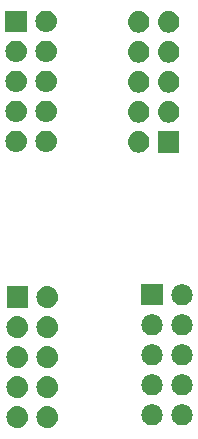
<source format=gbs>
G04 #@! TF.GenerationSoftware,KiCad,Pcbnew,5.0.2-bee76a0~70~ubuntu18.04.1*
G04 #@! TF.CreationDate,2019-12-09T23:25:51+09:00*
G04 #@! TF.ProjectId,LCD_adapter,4c43445f-6164-4617-9074-65722e6b6963,rev?*
G04 #@! TF.SameCoordinates,Original*
G04 #@! TF.FileFunction,Soldermask,Bot*
G04 #@! TF.FilePolarity,Negative*
%FSLAX46Y46*%
G04 Gerber Fmt 4.6, Leading zero omitted, Abs format (unit mm)*
G04 Created by KiCad (PCBNEW 5.0.2-bee76a0~70~ubuntu18.04.1) date Mon 09 Dec 2019 11:25:51 PM JST*
%MOMM*%
%LPD*%
G01*
G04 APERTURE LIST*
%ADD10C,0.100000*%
G04 APERTURE END LIST*
D10*
G36*
X92119294Y-121308633D02*
X92291694Y-121360931D01*
X92291696Y-121360932D01*
X92450583Y-121445859D01*
X92450585Y-121445860D01*
X92450584Y-121445860D01*
X92589849Y-121560151D01*
X92704140Y-121699416D01*
X92789069Y-121858306D01*
X92841367Y-122030706D01*
X92859025Y-122210000D01*
X92841367Y-122389294D01*
X92803843Y-122512991D01*
X92789068Y-122561696D01*
X92704141Y-122720583D01*
X92589849Y-122859849D01*
X92450583Y-122974141D01*
X92291696Y-123059068D01*
X92291694Y-123059069D01*
X92119294Y-123111367D01*
X91984931Y-123124600D01*
X91895069Y-123124600D01*
X91760706Y-123111367D01*
X91588306Y-123059069D01*
X91588304Y-123059068D01*
X91429417Y-122974141D01*
X91290151Y-122859849D01*
X91175859Y-122720583D01*
X91090932Y-122561696D01*
X91076157Y-122512991D01*
X91038633Y-122389294D01*
X91020975Y-122210000D01*
X91038633Y-122030706D01*
X91090931Y-121858306D01*
X91175860Y-121699416D01*
X91290151Y-121560151D01*
X91429416Y-121445860D01*
X91429415Y-121445860D01*
X91429417Y-121445859D01*
X91588304Y-121360932D01*
X91588306Y-121360931D01*
X91760706Y-121308633D01*
X91895069Y-121295400D01*
X91984931Y-121295400D01*
X92119294Y-121308633D01*
X92119294Y-121308633D01*
G37*
G36*
X89579294Y-121308633D02*
X89751694Y-121360931D01*
X89751696Y-121360932D01*
X89910583Y-121445859D01*
X89910585Y-121445860D01*
X89910584Y-121445860D01*
X90049849Y-121560151D01*
X90164140Y-121699416D01*
X90249069Y-121858306D01*
X90301367Y-122030706D01*
X90319025Y-122210000D01*
X90301367Y-122389294D01*
X90263843Y-122512991D01*
X90249068Y-122561696D01*
X90164141Y-122720583D01*
X90049849Y-122859849D01*
X89910583Y-122974141D01*
X89751696Y-123059068D01*
X89751694Y-123059069D01*
X89579294Y-123111367D01*
X89444931Y-123124600D01*
X89355069Y-123124600D01*
X89220706Y-123111367D01*
X89048306Y-123059069D01*
X89048304Y-123059068D01*
X88889417Y-122974141D01*
X88750151Y-122859849D01*
X88635859Y-122720583D01*
X88550932Y-122561696D01*
X88536157Y-122512991D01*
X88498633Y-122389294D01*
X88480975Y-122210000D01*
X88498633Y-122030706D01*
X88550931Y-121858306D01*
X88635860Y-121699416D01*
X88750151Y-121560151D01*
X88889416Y-121445860D01*
X88889415Y-121445860D01*
X88889417Y-121445859D01*
X89048304Y-121360932D01*
X89048306Y-121360931D01*
X89220706Y-121308633D01*
X89355069Y-121295400D01*
X89444931Y-121295400D01*
X89579294Y-121308633D01*
X89579294Y-121308633D01*
G37*
G36*
X100910443Y-121115519D02*
X100976627Y-121122037D01*
X101089853Y-121156384D01*
X101146467Y-121173557D01*
X101285087Y-121247652D01*
X101302991Y-121257222D01*
X101338729Y-121286552D01*
X101440186Y-121369814D01*
X101502594Y-121445860D01*
X101552778Y-121507009D01*
X101552779Y-121507011D01*
X101636443Y-121663533D01*
X101636443Y-121663534D01*
X101687963Y-121833373D01*
X101705359Y-122010000D01*
X101687963Y-122186627D01*
X101653616Y-122299853D01*
X101636443Y-122356467D01*
X101618896Y-122389294D01*
X101552778Y-122512991D01*
X101523448Y-122548729D01*
X101440186Y-122650186D01*
X101338729Y-122733448D01*
X101302991Y-122762778D01*
X101302989Y-122762779D01*
X101146467Y-122846443D01*
X101102272Y-122859849D01*
X100976627Y-122897963D01*
X100910443Y-122904481D01*
X100844260Y-122911000D01*
X100755740Y-122911000D01*
X100689557Y-122904481D01*
X100623373Y-122897963D01*
X100497728Y-122859849D01*
X100453533Y-122846443D01*
X100297011Y-122762779D01*
X100297009Y-122762778D01*
X100261271Y-122733448D01*
X100159814Y-122650186D01*
X100076552Y-122548729D01*
X100047222Y-122512991D01*
X99981104Y-122389294D01*
X99963557Y-122356467D01*
X99946384Y-122299853D01*
X99912037Y-122186627D01*
X99894641Y-122010000D01*
X99912037Y-121833373D01*
X99963557Y-121663534D01*
X99963557Y-121663533D01*
X100047221Y-121507011D01*
X100047222Y-121507009D01*
X100097406Y-121445860D01*
X100159814Y-121369814D01*
X100261271Y-121286552D01*
X100297009Y-121257222D01*
X100314913Y-121247652D01*
X100453533Y-121173557D01*
X100510147Y-121156384D01*
X100623373Y-121122037D01*
X100689557Y-121115519D01*
X100755740Y-121109000D01*
X100844260Y-121109000D01*
X100910443Y-121115519D01*
X100910443Y-121115519D01*
G37*
G36*
X103450443Y-121115519D02*
X103516627Y-121122037D01*
X103629853Y-121156384D01*
X103686467Y-121173557D01*
X103825087Y-121247652D01*
X103842991Y-121257222D01*
X103878729Y-121286552D01*
X103980186Y-121369814D01*
X104042594Y-121445860D01*
X104092778Y-121507009D01*
X104092779Y-121507011D01*
X104176443Y-121663533D01*
X104176443Y-121663534D01*
X104227963Y-121833373D01*
X104245359Y-122010000D01*
X104227963Y-122186627D01*
X104193616Y-122299853D01*
X104176443Y-122356467D01*
X104158896Y-122389294D01*
X104092778Y-122512991D01*
X104063448Y-122548729D01*
X103980186Y-122650186D01*
X103878729Y-122733448D01*
X103842991Y-122762778D01*
X103842989Y-122762779D01*
X103686467Y-122846443D01*
X103642272Y-122859849D01*
X103516627Y-122897963D01*
X103450443Y-122904481D01*
X103384260Y-122911000D01*
X103295740Y-122911000D01*
X103229557Y-122904481D01*
X103163373Y-122897963D01*
X103037728Y-122859849D01*
X102993533Y-122846443D01*
X102837011Y-122762779D01*
X102837009Y-122762778D01*
X102801271Y-122733448D01*
X102699814Y-122650186D01*
X102616552Y-122548729D01*
X102587222Y-122512991D01*
X102521104Y-122389294D01*
X102503557Y-122356467D01*
X102486384Y-122299853D01*
X102452037Y-122186627D01*
X102434641Y-122010000D01*
X102452037Y-121833373D01*
X102503557Y-121663534D01*
X102503557Y-121663533D01*
X102587221Y-121507011D01*
X102587222Y-121507009D01*
X102637406Y-121445860D01*
X102699814Y-121369814D01*
X102801271Y-121286552D01*
X102837009Y-121257222D01*
X102854913Y-121247652D01*
X102993533Y-121173557D01*
X103050147Y-121156384D01*
X103163373Y-121122037D01*
X103229557Y-121115519D01*
X103295740Y-121109000D01*
X103384260Y-121109000D01*
X103450443Y-121115519D01*
X103450443Y-121115519D01*
G37*
G36*
X89579294Y-118768633D02*
X89751694Y-118820931D01*
X89751696Y-118820932D01*
X89910583Y-118905859D01*
X89910585Y-118905860D01*
X89910584Y-118905860D01*
X90049849Y-119020151D01*
X90164140Y-119159416D01*
X90249069Y-119318306D01*
X90301367Y-119490706D01*
X90319025Y-119670000D01*
X90301367Y-119849294D01*
X90263843Y-119972991D01*
X90249068Y-120021696D01*
X90164141Y-120180583D01*
X90049849Y-120319849D01*
X89910583Y-120434141D01*
X89751696Y-120519068D01*
X89751694Y-120519069D01*
X89579294Y-120571367D01*
X89444931Y-120584600D01*
X89355069Y-120584600D01*
X89220706Y-120571367D01*
X89048306Y-120519069D01*
X89048304Y-120519068D01*
X88889417Y-120434141D01*
X88750151Y-120319849D01*
X88635859Y-120180583D01*
X88550932Y-120021696D01*
X88536157Y-119972991D01*
X88498633Y-119849294D01*
X88480975Y-119670000D01*
X88498633Y-119490706D01*
X88550931Y-119318306D01*
X88635860Y-119159416D01*
X88750151Y-119020151D01*
X88889416Y-118905860D01*
X88889415Y-118905860D01*
X88889417Y-118905859D01*
X89048304Y-118820932D01*
X89048306Y-118820931D01*
X89220706Y-118768633D01*
X89355069Y-118755400D01*
X89444931Y-118755400D01*
X89579294Y-118768633D01*
X89579294Y-118768633D01*
G37*
G36*
X92119294Y-118768633D02*
X92291694Y-118820931D01*
X92291696Y-118820932D01*
X92450583Y-118905859D01*
X92450585Y-118905860D01*
X92450584Y-118905860D01*
X92589849Y-119020151D01*
X92704140Y-119159416D01*
X92789069Y-119318306D01*
X92841367Y-119490706D01*
X92859025Y-119670000D01*
X92841367Y-119849294D01*
X92803843Y-119972991D01*
X92789068Y-120021696D01*
X92704141Y-120180583D01*
X92589849Y-120319849D01*
X92450583Y-120434141D01*
X92291696Y-120519068D01*
X92291694Y-120519069D01*
X92119294Y-120571367D01*
X91984931Y-120584600D01*
X91895069Y-120584600D01*
X91760706Y-120571367D01*
X91588306Y-120519069D01*
X91588304Y-120519068D01*
X91429417Y-120434141D01*
X91290151Y-120319849D01*
X91175859Y-120180583D01*
X91090932Y-120021696D01*
X91076157Y-119972991D01*
X91038633Y-119849294D01*
X91020975Y-119670000D01*
X91038633Y-119490706D01*
X91090931Y-119318306D01*
X91175860Y-119159416D01*
X91290151Y-119020151D01*
X91429416Y-118905860D01*
X91429415Y-118905860D01*
X91429417Y-118905859D01*
X91588304Y-118820932D01*
X91588306Y-118820931D01*
X91760706Y-118768633D01*
X91895069Y-118755400D01*
X91984931Y-118755400D01*
X92119294Y-118768633D01*
X92119294Y-118768633D01*
G37*
G36*
X100910443Y-118575519D02*
X100976627Y-118582037D01*
X101089853Y-118616384D01*
X101146467Y-118633557D01*
X101285087Y-118707652D01*
X101302991Y-118717222D01*
X101338729Y-118746552D01*
X101440186Y-118829814D01*
X101502594Y-118905860D01*
X101552778Y-118967009D01*
X101552779Y-118967011D01*
X101636443Y-119123533D01*
X101636443Y-119123534D01*
X101687963Y-119293373D01*
X101705359Y-119470000D01*
X101687963Y-119646627D01*
X101653616Y-119759853D01*
X101636443Y-119816467D01*
X101618896Y-119849294D01*
X101552778Y-119972991D01*
X101523448Y-120008729D01*
X101440186Y-120110186D01*
X101338729Y-120193448D01*
X101302991Y-120222778D01*
X101302989Y-120222779D01*
X101146467Y-120306443D01*
X101102272Y-120319849D01*
X100976627Y-120357963D01*
X100910443Y-120364481D01*
X100844260Y-120371000D01*
X100755740Y-120371000D01*
X100689557Y-120364481D01*
X100623373Y-120357963D01*
X100497728Y-120319849D01*
X100453533Y-120306443D01*
X100297011Y-120222779D01*
X100297009Y-120222778D01*
X100261271Y-120193448D01*
X100159814Y-120110186D01*
X100076552Y-120008729D01*
X100047222Y-119972991D01*
X99981104Y-119849294D01*
X99963557Y-119816467D01*
X99946384Y-119759853D01*
X99912037Y-119646627D01*
X99894641Y-119470000D01*
X99912037Y-119293373D01*
X99963557Y-119123534D01*
X99963557Y-119123533D01*
X100047221Y-118967011D01*
X100047222Y-118967009D01*
X100097406Y-118905860D01*
X100159814Y-118829814D01*
X100261271Y-118746552D01*
X100297009Y-118717222D01*
X100314913Y-118707652D01*
X100453533Y-118633557D01*
X100510147Y-118616384D01*
X100623373Y-118582037D01*
X100689557Y-118575519D01*
X100755740Y-118569000D01*
X100844260Y-118569000D01*
X100910443Y-118575519D01*
X100910443Y-118575519D01*
G37*
G36*
X103450443Y-118575519D02*
X103516627Y-118582037D01*
X103629853Y-118616384D01*
X103686467Y-118633557D01*
X103825087Y-118707652D01*
X103842991Y-118717222D01*
X103878729Y-118746552D01*
X103980186Y-118829814D01*
X104042594Y-118905860D01*
X104092778Y-118967009D01*
X104092779Y-118967011D01*
X104176443Y-119123533D01*
X104176443Y-119123534D01*
X104227963Y-119293373D01*
X104245359Y-119470000D01*
X104227963Y-119646627D01*
X104193616Y-119759853D01*
X104176443Y-119816467D01*
X104158896Y-119849294D01*
X104092778Y-119972991D01*
X104063448Y-120008729D01*
X103980186Y-120110186D01*
X103878729Y-120193448D01*
X103842991Y-120222778D01*
X103842989Y-120222779D01*
X103686467Y-120306443D01*
X103642272Y-120319849D01*
X103516627Y-120357963D01*
X103450443Y-120364481D01*
X103384260Y-120371000D01*
X103295740Y-120371000D01*
X103229557Y-120364481D01*
X103163373Y-120357963D01*
X103037728Y-120319849D01*
X102993533Y-120306443D01*
X102837011Y-120222779D01*
X102837009Y-120222778D01*
X102801271Y-120193448D01*
X102699814Y-120110186D01*
X102616552Y-120008729D01*
X102587222Y-119972991D01*
X102521104Y-119849294D01*
X102503557Y-119816467D01*
X102486384Y-119759853D01*
X102452037Y-119646627D01*
X102434641Y-119470000D01*
X102452037Y-119293373D01*
X102503557Y-119123534D01*
X102503557Y-119123533D01*
X102587221Y-118967011D01*
X102587222Y-118967009D01*
X102637406Y-118905860D01*
X102699814Y-118829814D01*
X102801271Y-118746552D01*
X102837009Y-118717222D01*
X102854913Y-118707652D01*
X102993533Y-118633557D01*
X103050147Y-118616384D01*
X103163373Y-118582037D01*
X103229557Y-118575519D01*
X103295740Y-118569000D01*
X103384260Y-118569000D01*
X103450443Y-118575519D01*
X103450443Y-118575519D01*
G37*
G36*
X92119294Y-116228633D02*
X92291694Y-116280931D01*
X92291696Y-116280932D01*
X92450583Y-116365859D01*
X92450585Y-116365860D01*
X92450584Y-116365860D01*
X92589849Y-116480151D01*
X92704140Y-116619416D01*
X92789069Y-116778306D01*
X92841367Y-116950706D01*
X92859025Y-117130000D01*
X92841367Y-117309294D01*
X92803843Y-117432991D01*
X92789068Y-117481696D01*
X92704141Y-117640583D01*
X92589849Y-117779849D01*
X92450583Y-117894141D01*
X92291696Y-117979068D01*
X92291694Y-117979069D01*
X92119294Y-118031367D01*
X91984931Y-118044600D01*
X91895069Y-118044600D01*
X91760706Y-118031367D01*
X91588306Y-117979069D01*
X91588304Y-117979068D01*
X91429417Y-117894141D01*
X91290151Y-117779849D01*
X91175859Y-117640583D01*
X91090932Y-117481696D01*
X91076157Y-117432991D01*
X91038633Y-117309294D01*
X91020975Y-117130000D01*
X91038633Y-116950706D01*
X91090931Y-116778306D01*
X91175860Y-116619416D01*
X91290151Y-116480151D01*
X91429416Y-116365860D01*
X91429415Y-116365860D01*
X91429417Y-116365859D01*
X91588304Y-116280932D01*
X91588306Y-116280931D01*
X91760706Y-116228633D01*
X91895069Y-116215400D01*
X91984931Y-116215400D01*
X92119294Y-116228633D01*
X92119294Y-116228633D01*
G37*
G36*
X89579294Y-116228633D02*
X89751694Y-116280931D01*
X89751696Y-116280932D01*
X89910583Y-116365859D01*
X89910585Y-116365860D01*
X89910584Y-116365860D01*
X90049849Y-116480151D01*
X90164140Y-116619416D01*
X90249069Y-116778306D01*
X90301367Y-116950706D01*
X90319025Y-117130000D01*
X90301367Y-117309294D01*
X90263843Y-117432991D01*
X90249068Y-117481696D01*
X90164141Y-117640583D01*
X90049849Y-117779849D01*
X89910583Y-117894141D01*
X89751696Y-117979068D01*
X89751694Y-117979069D01*
X89579294Y-118031367D01*
X89444931Y-118044600D01*
X89355069Y-118044600D01*
X89220706Y-118031367D01*
X89048306Y-117979069D01*
X89048304Y-117979068D01*
X88889417Y-117894141D01*
X88750151Y-117779849D01*
X88635859Y-117640583D01*
X88550932Y-117481696D01*
X88536157Y-117432991D01*
X88498633Y-117309294D01*
X88480975Y-117130000D01*
X88498633Y-116950706D01*
X88550931Y-116778306D01*
X88635860Y-116619416D01*
X88750151Y-116480151D01*
X88889416Y-116365860D01*
X88889415Y-116365860D01*
X88889417Y-116365859D01*
X89048304Y-116280932D01*
X89048306Y-116280931D01*
X89220706Y-116228633D01*
X89355069Y-116215400D01*
X89444931Y-116215400D01*
X89579294Y-116228633D01*
X89579294Y-116228633D01*
G37*
G36*
X100910442Y-116035518D02*
X100976627Y-116042037D01*
X101089853Y-116076384D01*
X101146467Y-116093557D01*
X101285087Y-116167652D01*
X101302991Y-116177222D01*
X101338729Y-116206552D01*
X101440186Y-116289814D01*
X101502594Y-116365860D01*
X101552778Y-116427009D01*
X101552779Y-116427011D01*
X101636443Y-116583533D01*
X101636443Y-116583534D01*
X101687963Y-116753373D01*
X101705359Y-116930000D01*
X101687963Y-117106627D01*
X101653616Y-117219853D01*
X101636443Y-117276467D01*
X101618896Y-117309294D01*
X101552778Y-117432991D01*
X101523448Y-117468729D01*
X101440186Y-117570186D01*
X101338729Y-117653448D01*
X101302991Y-117682778D01*
X101302989Y-117682779D01*
X101146467Y-117766443D01*
X101102272Y-117779849D01*
X100976627Y-117817963D01*
X100910443Y-117824481D01*
X100844260Y-117831000D01*
X100755740Y-117831000D01*
X100689557Y-117824481D01*
X100623373Y-117817963D01*
X100497728Y-117779849D01*
X100453533Y-117766443D01*
X100297011Y-117682779D01*
X100297009Y-117682778D01*
X100261271Y-117653448D01*
X100159814Y-117570186D01*
X100076552Y-117468729D01*
X100047222Y-117432991D01*
X99981104Y-117309294D01*
X99963557Y-117276467D01*
X99946384Y-117219853D01*
X99912037Y-117106627D01*
X99894641Y-116930000D01*
X99912037Y-116753373D01*
X99963557Y-116583534D01*
X99963557Y-116583533D01*
X100047221Y-116427011D01*
X100047222Y-116427009D01*
X100097406Y-116365860D01*
X100159814Y-116289814D01*
X100261271Y-116206552D01*
X100297009Y-116177222D01*
X100314913Y-116167652D01*
X100453533Y-116093557D01*
X100510147Y-116076384D01*
X100623373Y-116042037D01*
X100689558Y-116035518D01*
X100755740Y-116029000D01*
X100844260Y-116029000D01*
X100910442Y-116035518D01*
X100910442Y-116035518D01*
G37*
G36*
X103450442Y-116035518D02*
X103516627Y-116042037D01*
X103629853Y-116076384D01*
X103686467Y-116093557D01*
X103825087Y-116167652D01*
X103842991Y-116177222D01*
X103878729Y-116206552D01*
X103980186Y-116289814D01*
X104042594Y-116365860D01*
X104092778Y-116427009D01*
X104092779Y-116427011D01*
X104176443Y-116583533D01*
X104176443Y-116583534D01*
X104227963Y-116753373D01*
X104245359Y-116930000D01*
X104227963Y-117106627D01*
X104193616Y-117219853D01*
X104176443Y-117276467D01*
X104158896Y-117309294D01*
X104092778Y-117432991D01*
X104063448Y-117468729D01*
X103980186Y-117570186D01*
X103878729Y-117653448D01*
X103842991Y-117682778D01*
X103842989Y-117682779D01*
X103686467Y-117766443D01*
X103642272Y-117779849D01*
X103516627Y-117817963D01*
X103450443Y-117824481D01*
X103384260Y-117831000D01*
X103295740Y-117831000D01*
X103229557Y-117824481D01*
X103163373Y-117817963D01*
X103037728Y-117779849D01*
X102993533Y-117766443D01*
X102837011Y-117682779D01*
X102837009Y-117682778D01*
X102801271Y-117653448D01*
X102699814Y-117570186D01*
X102616552Y-117468729D01*
X102587222Y-117432991D01*
X102521104Y-117309294D01*
X102503557Y-117276467D01*
X102486384Y-117219853D01*
X102452037Y-117106627D01*
X102434641Y-116930000D01*
X102452037Y-116753373D01*
X102503557Y-116583534D01*
X102503557Y-116583533D01*
X102587221Y-116427011D01*
X102587222Y-116427009D01*
X102637406Y-116365860D01*
X102699814Y-116289814D01*
X102801271Y-116206552D01*
X102837009Y-116177222D01*
X102854913Y-116167652D01*
X102993533Y-116093557D01*
X103050147Y-116076384D01*
X103163373Y-116042037D01*
X103229558Y-116035518D01*
X103295740Y-116029000D01*
X103384260Y-116029000D01*
X103450442Y-116035518D01*
X103450442Y-116035518D01*
G37*
G36*
X89579294Y-113688633D02*
X89751694Y-113740931D01*
X89751696Y-113740932D01*
X89910583Y-113825859D01*
X89910585Y-113825860D01*
X89910584Y-113825860D01*
X90049849Y-113940151D01*
X90164140Y-114079416D01*
X90249069Y-114238306D01*
X90301367Y-114410706D01*
X90319025Y-114590000D01*
X90301367Y-114769294D01*
X90263843Y-114892991D01*
X90249068Y-114941696D01*
X90164141Y-115100583D01*
X90049849Y-115239849D01*
X89910583Y-115354141D01*
X89751696Y-115439068D01*
X89751694Y-115439069D01*
X89579294Y-115491367D01*
X89444931Y-115504600D01*
X89355069Y-115504600D01*
X89220706Y-115491367D01*
X89048306Y-115439069D01*
X89048304Y-115439068D01*
X88889417Y-115354141D01*
X88750151Y-115239849D01*
X88635859Y-115100583D01*
X88550932Y-114941696D01*
X88536157Y-114892991D01*
X88498633Y-114769294D01*
X88480975Y-114590000D01*
X88498633Y-114410706D01*
X88550931Y-114238306D01*
X88635860Y-114079416D01*
X88750151Y-113940151D01*
X88889416Y-113825860D01*
X88889415Y-113825860D01*
X88889417Y-113825859D01*
X89048304Y-113740932D01*
X89048306Y-113740931D01*
X89220706Y-113688633D01*
X89355069Y-113675400D01*
X89444931Y-113675400D01*
X89579294Y-113688633D01*
X89579294Y-113688633D01*
G37*
G36*
X92119294Y-113688633D02*
X92291694Y-113740931D01*
X92291696Y-113740932D01*
X92450583Y-113825859D01*
X92450585Y-113825860D01*
X92450584Y-113825860D01*
X92589849Y-113940151D01*
X92704140Y-114079416D01*
X92789069Y-114238306D01*
X92841367Y-114410706D01*
X92859025Y-114590000D01*
X92841367Y-114769294D01*
X92803843Y-114892991D01*
X92789068Y-114941696D01*
X92704141Y-115100583D01*
X92589849Y-115239849D01*
X92450583Y-115354141D01*
X92291696Y-115439068D01*
X92291694Y-115439069D01*
X92119294Y-115491367D01*
X91984931Y-115504600D01*
X91895069Y-115504600D01*
X91760706Y-115491367D01*
X91588306Y-115439069D01*
X91588304Y-115439068D01*
X91429417Y-115354141D01*
X91290151Y-115239849D01*
X91175859Y-115100583D01*
X91090932Y-114941696D01*
X91076157Y-114892991D01*
X91038633Y-114769294D01*
X91020975Y-114590000D01*
X91038633Y-114410706D01*
X91090931Y-114238306D01*
X91175860Y-114079416D01*
X91290151Y-113940151D01*
X91429416Y-113825860D01*
X91429415Y-113825860D01*
X91429417Y-113825859D01*
X91588304Y-113740932D01*
X91588306Y-113740931D01*
X91760706Y-113688633D01*
X91895069Y-113675400D01*
X91984931Y-113675400D01*
X92119294Y-113688633D01*
X92119294Y-113688633D01*
G37*
G36*
X100910442Y-113495518D02*
X100976627Y-113502037D01*
X101089853Y-113536384D01*
X101146467Y-113553557D01*
X101285087Y-113627652D01*
X101302991Y-113637222D01*
X101338729Y-113666552D01*
X101440186Y-113749814D01*
X101502594Y-113825860D01*
X101552778Y-113887009D01*
X101552779Y-113887011D01*
X101636443Y-114043533D01*
X101636443Y-114043534D01*
X101687963Y-114213373D01*
X101705359Y-114390000D01*
X101687963Y-114566627D01*
X101653616Y-114679853D01*
X101636443Y-114736467D01*
X101618896Y-114769294D01*
X101552778Y-114892991D01*
X101523448Y-114928729D01*
X101440186Y-115030186D01*
X101338729Y-115113448D01*
X101302991Y-115142778D01*
X101302989Y-115142779D01*
X101146467Y-115226443D01*
X101102272Y-115239849D01*
X100976627Y-115277963D01*
X100910442Y-115284482D01*
X100844260Y-115291000D01*
X100755740Y-115291000D01*
X100689558Y-115284482D01*
X100623373Y-115277963D01*
X100497728Y-115239849D01*
X100453533Y-115226443D01*
X100297011Y-115142779D01*
X100297009Y-115142778D01*
X100261271Y-115113448D01*
X100159814Y-115030186D01*
X100076552Y-114928729D01*
X100047222Y-114892991D01*
X99981104Y-114769294D01*
X99963557Y-114736467D01*
X99946384Y-114679853D01*
X99912037Y-114566627D01*
X99894641Y-114390000D01*
X99912037Y-114213373D01*
X99963557Y-114043534D01*
X99963557Y-114043533D01*
X100047221Y-113887011D01*
X100047222Y-113887009D01*
X100097406Y-113825860D01*
X100159814Y-113749814D01*
X100261271Y-113666552D01*
X100297009Y-113637222D01*
X100314913Y-113627652D01*
X100453533Y-113553557D01*
X100510147Y-113536384D01*
X100623373Y-113502037D01*
X100689558Y-113495518D01*
X100755740Y-113489000D01*
X100844260Y-113489000D01*
X100910442Y-113495518D01*
X100910442Y-113495518D01*
G37*
G36*
X103450442Y-113495518D02*
X103516627Y-113502037D01*
X103629853Y-113536384D01*
X103686467Y-113553557D01*
X103825087Y-113627652D01*
X103842991Y-113637222D01*
X103878729Y-113666552D01*
X103980186Y-113749814D01*
X104042594Y-113825860D01*
X104092778Y-113887009D01*
X104092779Y-113887011D01*
X104176443Y-114043533D01*
X104176443Y-114043534D01*
X104227963Y-114213373D01*
X104245359Y-114390000D01*
X104227963Y-114566627D01*
X104193616Y-114679853D01*
X104176443Y-114736467D01*
X104158896Y-114769294D01*
X104092778Y-114892991D01*
X104063448Y-114928729D01*
X103980186Y-115030186D01*
X103878729Y-115113448D01*
X103842991Y-115142778D01*
X103842989Y-115142779D01*
X103686467Y-115226443D01*
X103642272Y-115239849D01*
X103516627Y-115277963D01*
X103450442Y-115284482D01*
X103384260Y-115291000D01*
X103295740Y-115291000D01*
X103229558Y-115284482D01*
X103163373Y-115277963D01*
X103037728Y-115239849D01*
X102993533Y-115226443D01*
X102837011Y-115142779D01*
X102837009Y-115142778D01*
X102801271Y-115113448D01*
X102699814Y-115030186D01*
X102616552Y-114928729D01*
X102587222Y-114892991D01*
X102521104Y-114769294D01*
X102503557Y-114736467D01*
X102486384Y-114679853D01*
X102452037Y-114566627D01*
X102434641Y-114390000D01*
X102452037Y-114213373D01*
X102503557Y-114043534D01*
X102503557Y-114043533D01*
X102587221Y-113887011D01*
X102587222Y-113887009D01*
X102637406Y-113825860D01*
X102699814Y-113749814D01*
X102801271Y-113666552D01*
X102837009Y-113637222D01*
X102854913Y-113627652D01*
X102993533Y-113553557D01*
X103050147Y-113536384D01*
X103163373Y-113502037D01*
X103229558Y-113495518D01*
X103295740Y-113489000D01*
X103384260Y-113489000D01*
X103450442Y-113495518D01*
X103450442Y-113495518D01*
G37*
G36*
X92119294Y-111148633D02*
X92291694Y-111200931D01*
X92291696Y-111200932D01*
X92450583Y-111285859D01*
X92450585Y-111285860D01*
X92450584Y-111285860D01*
X92589849Y-111400151D01*
X92704140Y-111539416D01*
X92789069Y-111698306D01*
X92841367Y-111870706D01*
X92859025Y-112050000D01*
X92841367Y-112229294D01*
X92803843Y-112352991D01*
X92789068Y-112401696D01*
X92704141Y-112560583D01*
X92589849Y-112699849D01*
X92450583Y-112814141D01*
X92291696Y-112899068D01*
X92291694Y-112899069D01*
X92119294Y-112951367D01*
X91984931Y-112964600D01*
X91895069Y-112964600D01*
X91760706Y-112951367D01*
X91588306Y-112899069D01*
X91588304Y-112899068D01*
X91429417Y-112814141D01*
X91290151Y-112699849D01*
X91175859Y-112560583D01*
X91090932Y-112401696D01*
X91076157Y-112352991D01*
X91038633Y-112229294D01*
X91020975Y-112050000D01*
X91038633Y-111870706D01*
X91090931Y-111698306D01*
X91175860Y-111539416D01*
X91290151Y-111400151D01*
X91429416Y-111285860D01*
X91429415Y-111285860D01*
X91429417Y-111285859D01*
X91588304Y-111200932D01*
X91588306Y-111200931D01*
X91760706Y-111148633D01*
X91895069Y-111135400D01*
X91984931Y-111135400D01*
X92119294Y-111148633D01*
X92119294Y-111148633D01*
G37*
G36*
X90314600Y-112964600D02*
X88485400Y-112964600D01*
X88485400Y-111135400D01*
X90314600Y-111135400D01*
X90314600Y-112964600D01*
X90314600Y-112964600D01*
G37*
G36*
X103450443Y-110955519D02*
X103516627Y-110962037D01*
X103629853Y-110996384D01*
X103686467Y-111013557D01*
X103825087Y-111087652D01*
X103842991Y-111097222D01*
X103878729Y-111126552D01*
X103980186Y-111209814D01*
X104042594Y-111285860D01*
X104092778Y-111347009D01*
X104092779Y-111347011D01*
X104176443Y-111503533D01*
X104176443Y-111503534D01*
X104227963Y-111673373D01*
X104245359Y-111850000D01*
X104227963Y-112026627D01*
X104193616Y-112139853D01*
X104176443Y-112196467D01*
X104158896Y-112229294D01*
X104092778Y-112352991D01*
X104063448Y-112388729D01*
X103980186Y-112490186D01*
X103878729Y-112573448D01*
X103842991Y-112602778D01*
X103842989Y-112602779D01*
X103686467Y-112686443D01*
X103642272Y-112699849D01*
X103516627Y-112737963D01*
X103450443Y-112744481D01*
X103384260Y-112751000D01*
X103295740Y-112751000D01*
X103229557Y-112744481D01*
X103163373Y-112737963D01*
X103037728Y-112699849D01*
X102993533Y-112686443D01*
X102837011Y-112602779D01*
X102837009Y-112602778D01*
X102801271Y-112573448D01*
X102699814Y-112490186D01*
X102616552Y-112388729D01*
X102587222Y-112352991D01*
X102521104Y-112229294D01*
X102503557Y-112196467D01*
X102486384Y-112139853D01*
X102452037Y-112026627D01*
X102434641Y-111850000D01*
X102452037Y-111673373D01*
X102503557Y-111503534D01*
X102503557Y-111503533D01*
X102587221Y-111347011D01*
X102587222Y-111347009D01*
X102637406Y-111285860D01*
X102699814Y-111209814D01*
X102801271Y-111126552D01*
X102837009Y-111097222D01*
X102854913Y-111087652D01*
X102993533Y-111013557D01*
X103050147Y-110996384D01*
X103163373Y-110962037D01*
X103229557Y-110955519D01*
X103295740Y-110949000D01*
X103384260Y-110949000D01*
X103450443Y-110955519D01*
X103450443Y-110955519D01*
G37*
G36*
X101701000Y-112751000D02*
X99899000Y-112751000D01*
X99899000Y-110949000D01*
X101701000Y-110949000D01*
X101701000Y-112751000D01*
X101701000Y-112751000D01*
G37*
G36*
X103114600Y-99814600D02*
X101285400Y-99814600D01*
X101285400Y-97985400D01*
X103114600Y-97985400D01*
X103114600Y-99814600D01*
X103114600Y-99814600D01*
G37*
G36*
X99839294Y-97998633D02*
X100011694Y-98050931D01*
X100011696Y-98050932D01*
X100170583Y-98135859D01*
X100309849Y-98250151D01*
X100424141Y-98389417D01*
X100509068Y-98548304D01*
X100509069Y-98548306D01*
X100561367Y-98720706D01*
X100579025Y-98900000D01*
X100561367Y-99079294D01*
X100509069Y-99251694D01*
X100509068Y-99251696D01*
X100424141Y-99410583D01*
X100309849Y-99549849D01*
X100170583Y-99664141D01*
X100011696Y-99749068D01*
X100011694Y-99749069D01*
X99839294Y-99801367D01*
X99704931Y-99814600D01*
X99615069Y-99814600D01*
X99480706Y-99801367D01*
X99308306Y-99749069D01*
X99308304Y-99749068D01*
X99149417Y-99664141D01*
X99010151Y-99549849D01*
X98895859Y-99410583D01*
X98810932Y-99251696D01*
X98810931Y-99251694D01*
X98758633Y-99079294D01*
X98740975Y-98900000D01*
X98758633Y-98720706D01*
X98810931Y-98548306D01*
X98810932Y-98548304D01*
X98895859Y-98389417D01*
X99010151Y-98250151D01*
X99149417Y-98135859D01*
X99308304Y-98050932D01*
X99308306Y-98050931D01*
X99480706Y-97998633D01*
X99615069Y-97985400D01*
X99704931Y-97985400D01*
X99839294Y-97998633D01*
X99839294Y-97998633D01*
G37*
G36*
X92019294Y-97958633D02*
X92191694Y-98010931D01*
X92191696Y-98010932D01*
X92350583Y-98095859D01*
X92489849Y-98210151D01*
X92604140Y-98349416D01*
X92689069Y-98508306D01*
X92741367Y-98680706D01*
X92759025Y-98860000D01*
X92741367Y-99039294D01*
X92689069Y-99211694D01*
X92689068Y-99211696D01*
X92604141Y-99370583D01*
X92489849Y-99509849D01*
X92350583Y-99624141D01*
X92275750Y-99664140D01*
X92191694Y-99709069D01*
X92019294Y-99761367D01*
X91884931Y-99774600D01*
X91795069Y-99774600D01*
X91660706Y-99761367D01*
X91488306Y-99709069D01*
X91404250Y-99664140D01*
X91329417Y-99624141D01*
X91190151Y-99509849D01*
X91075859Y-99370583D01*
X90990932Y-99211696D01*
X90990931Y-99211694D01*
X90938633Y-99039294D01*
X90920975Y-98860000D01*
X90938633Y-98680706D01*
X90990931Y-98508306D01*
X91075860Y-98349416D01*
X91190151Y-98210151D01*
X91329417Y-98095859D01*
X91488304Y-98010932D01*
X91488306Y-98010931D01*
X91660706Y-97958633D01*
X91795069Y-97945400D01*
X91884931Y-97945400D01*
X92019294Y-97958633D01*
X92019294Y-97958633D01*
G37*
G36*
X89479294Y-97958633D02*
X89651694Y-98010931D01*
X89651696Y-98010932D01*
X89810583Y-98095859D01*
X89949849Y-98210151D01*
X90064140Y-98349416D01*
X90149069Y-98508306D01*
X90201367Y-98680706D01*
X90219025Y-98860000D01*
X90201367Y-99039294D01*
X90149069Y-99211694D01*
X90149068Y-99211696D01*
X90064141Y-99370583D01*
X89949849Y-99509849D01*
X89810583Y-99624141D01*
X89735750Y-99664140D01*
X89651694Y-99709069D01*
X89479294Y-99761367D01*
X89344931Y-99774600D01*
X89255069Y-99774600D01*
X89120706Y-99761367D01*
X88948306Y-99709069D01*
X88864250Y-99664140D01*
X88789417Y-99624141D01*
X88650151Y-99509849D01*
X88535859Y-99370583D01*
X88450932Y-99211696D01*
X88450931Y-99211694D01*
X88398633Y-99039294D01*
X88380975Y-98860000D01*
X88398633Y-98680706D01*
X88450931Y-98508306D01*
X88535860Y-98349416D01*
X88650151Y-98210151D01*
X88789417Y-98095859D01*
X88948304Y-98010932D01*
X88948306Y-98010931D01*
X89120706Y-97958633D01*
X89255069Y-97945400D01*
X89344931Y-97945400D01*
X89479294Y-97958633D01*
X89479294Y-97958633D01*
G37*
G36*
X102379294Y-95458633D02*
X102551694Y-95510931D01*
X102551696Y-95510932D01*
X102710583Y-95595859D01*
X102849849Y-95710151D01*
X102964141Y-95849417D01*
X103049068Y-96008304D01*
X103049069Y-96008306D01*
X103101367Y-96180706D01*
X103119025Y-96360000D01*
X103101367Y-96539294D01*
X103049069Y-96711694D01*
X103049068Y-96711696D01*
X102964141Y-96870583D01*
X102849849Y-97009849D01*
X102710583Y-97124141D01*
X102551696Y-97209068D01*
X102551694Y-97209069D01*
X102379294Y-97261367D01*
X102244931Y-97274600D01*
X102155069Y-97274600D01*
X102020706Y-97261367D01*
X101848306Y-97209069D01*
X101848304Y-97209068D01*
X101689417Y-97124141D01*
X101550151Y-97009849D01*
X101435859Y-96870583D01*
X101350932Y-96711696D01*
X101350931Y-96711694D01*
X101298633Y-96539294D01*
X101280975Y-96360000D01*
X101298633Y-96180706D01*
X101350931Y-96008306D01*
X101350932Y-96008304D01*
X101435859Y-95849417D01*
X101550151Y-95710151D01*
X101689417Y-95595859D01*
X101848304Y-95510932D01*
X101848306Y-95510931D01*
X102020706Y-95458633D01*
X102155069Y-95445400D01*
X102244931Y-95445400D01*
X102379294Y-95458633D01*
X102379294Y-95458633D01*
G37*
G36*
X99839294Y-95458633D02*
X100011694Y-95510931D01*
X100011696Y-95510932D01*
X100170583Y-95595859D01*
X100309849Y-95710151D01*
X100424141Y-95849417D01*
X100509068Y-96008304D01*
X100509069Y-96008306D01*
X100561367Y-96180706D01*
X100579025Y-96360000D01*
X100561367Y-96539294D01*
X100509069Y-96711694D01*
X100509068Y-96711696D01*
X100424141Y-96870583D01*
X100309849Y-97009849D01*
X100170583Y-97124141D01*
X100011696Y-97209068D01*
X100011694Y-97209069D01*
X99839294Y-97261367D01*
X99704931Y-97274600D01*
X99615069Y-97274600D01*
X99480706Y-97261367D01*
X99308306Y-97209069D01*
X99308304Y-97209068D01*
X99149417Y-97124141D01*
X99010151Y-97009849D01*
X98895859Y-96870583D01*
X98810932Y-96711696D01*
X98810931Y-96711694D01*
X98758633Y-96539294D01*
X98740975Y-96360000D01*
X98758633Y-96180706D01*
X98810931Y-96008306D01*
X98810932Y-96008304D01*
X98895859Y-95849417D01*
X99010151Y-95710151D01*
X99149417Y-95595859D01*
X99308304Y-95510932D01*
X99308306Y-95510931D01*
X99480706Y-95458633D01*
X99615069Y-95445400D01*
X99704931Y-95445400D01*
X99839294Y-95458633D01*
X99839294Y-95458633D01*
G37*
G36*
X89479294Y-95418633D02*
X89651694Y-95470931D01*
X89651696Y-95470932D01*
X89810583Y-95555859D01*
X89949849Y-95670151D01*
X90064140Y-95809416D01*
X90149069Y-95968306D01*
X90201367Y-96140706D01*
X90219025Y-96320000D01*
X90201367Y-96499294D01*
X90149069Y-96671694D01*
X90149068Y-96671696D01*
X90064141Y-96830583D01*
X89949849Y-96969849D01*
X89810583Y-97084141D01*
X89735750Y-97124140D01*
X89651694Y-97169069D01*
X89479294Y-97221367D01*
X89344931Y-97234600D01*
X89255069Y-97234600D01*
X89120706Y-97221367D01*
X88948306Y-97169069D01*
X88864250Y-97124140D01*
X88789417Y-97084141D01*
X88650151Y-96969849D01*
X88535859Y-96830583D01*
X88450932Y-96671696D01*
X88450931Y-96671694D01*
X88398633Y-96499294D01*
X88380975Y-96320000D01*
X88398633Y-96140706D01*
X88450931Y-95968306D01*
X88535860Y-95809416D01*
X88650151Y-95670151D01*
X88789417Y-95555859D01*
X88948304Y-95470932D01*
X88948306Y-95470931D01*
X89120706Y-95418633D01*
X89255069Y-95405400D01*
X89344931Y-95405400D01*
X89479294Y-95418633D01*
X89479294Y-95418633D01*
G37*
G36*
X92019294Y-95418633D02*
X92191694Y-95470931D01*
X92191696Y-95470932D01*
X92350583Y-95555859D01*
X92489849Y-95670151D01*
X92604140Y-95809416D01*
X92689069Y-95968306D01*
X92741367Y-96140706D01*
X92759025Y-96320000D01*
X92741367Y-96499294D01*
X92689069Y-96671694D01*
X92689068Y-96671696D01*
X92604141Y-96830583D01*
X92489849Y-96969849D01*
X92350583Y-97084141D01*
X92275750Y-97124140D01*
X92191694Y-97169069D01*
X92019294Y-97221367D01*
X91884931Y-97234600D01*
X91795069Y-97234600D01*
X91660706Y-97221367D01*
X91488306Y-97169069D01*
X91404250Y-97124140D01*
X91329417Y-97084141D01*
X91190151Y-96969849D01*
X91075859Y-96830583D01*
X90990932Y-96671696D01*
X90990931Y-96671694D01*
X90938633Y-96499294D01*
X90920975Y-96320000D01*
X90938633Y-96140706D01*
X90990931Y-95968306D01*
X91075860Y-95809416D01*
X91190151Y-95670151D01*
X91329417Y-95555859D01*
X91488304Y-95470932D01*
X91488306Y-95470931D01*
X91660706Y-95418633D01*
X91795069Y-95405400D01*
X91884931Y-95405400D01*
X92019294Y-95418633D01*
X92019294Y-95418633D01*
G37*
G36*
X99839294Y-92918633D02*
X100011694Y-92970931D01*
X100011696Y-92970932D01*
X100170583Y-93055859D01*
X100309849Y-93170151D01*
X100424141Y-93309417D01*
X100509068Y-93468304D01*
X100509069Y-93468306D01*
X100561367Y-93640706D01*
X100579025Y-93820000D01*
X100561367Y-93999294D01*
X100509069Y-94171694D01*
X100509068Y-94171696D01*
X100424141Y-94330583D01*
X100309849Y-94469849D01*
X100170583Y-94584141D01*
X100011696Y-94669068D01*
X100011694Y-94669069D01*
X99839294Y-94721367D01*
X99704931Y-94734600D01*
X99615069Y-94734600D01*
X99480706Y-94721367D01*
X99308306Y-94669069D01*
X99308304Y-94669068D01*
X99149417Y-94584141D01*
X99010151Y-94469849D01*
X98895859Y-94330583D01*
X98810932Y-94171696D01*
X98810931Y-94171694D01*
X98758633Y-93999294D01*
X98740975Y-93820000D01*
X98758633Y-93640706D01*
X98810931Y-93468306D01*
X98810932Y-93468304D01*
X98895859Y-93309417D01*
X99010151Y-93170151D01*
X99149417Y-93055859D01*
X99308304Y-92970932D01*
X99308306Y-92970931D01*
X99480706Y-92918633D01*
X99615069Y-92905400D01*
X99704931Y-92905400D01*
X99839294Y-92918633D01*
X99839294Y-92918633D01*
G37*
G36*
X102379294Y-92918633D02*
X102551694Y-92970931D01*
X102551696Y-92970932D01*
X102710583Y-93055859D01*
X102849849Y-93170151D01*
X102964141Y-93309417D01*
X103049068Y-93468304D01*
X103049069Y-93468306D01*
X103101367Y-93640706D01*
X103119025Y-93820000D01*
X103101367Y-93999294D01*
X103049069Y-94171694D01*
X103049068Y-94171696D01*
X102964141Y-94330583D01*
X102849849Y-94469849D01*
X102710583Y-94584141D01*
X102551696Y-94669068D01*
X102551694Y-94669069D01*
X102379294Y-94721367D01*
X102244931Y-94734600D01*
X102155069Y-94734600D01*
X102020706Y-94721367D01*
X101848306Y-94669069D01*
X101848304Y-94669068D01*
X101689417Y-94584141D01*
X101550151Y-94469849D01*
X101435859Y-94330583D01*
X101350932Y-94171696D01*
X101350931Y-94171694D01*
X101298633Y-93999294D01*
X101280975Y-93820000D01*
X101298633Y-93640706D01*
X101350931Y-93468306D01*
X101350932Y-93468304D01*
X101435859Y-93309417D01*
X101550151Y-93170151D01*
X101689417Y-93055859D01*
X101848304Y-92970932D01*
X101848306Y-92970931D01*
X102020706Y-92918633D01*
X102155069Y-92905400D01*
X102244931Y-92905400D01*
X102379294Y-92918633D01*
X102379294Y-92918633D01*
G37*
G36*
X89479294Y-92878633D02*
X89651694Y-92930931D01*
X89651696Y-92930932D01*
X89810583Y-93015859D01*
X89949849Y-93130151D01*
X90064140Y-93269416D01*
X90149069Y-93428306D01*
X90201367Y-93600706D01*
X90219025Y-93780000D01*
X90201367Y-93959294D01*
X90149069Y-94131694D01*
X90149068Y-94131696D01*
X90064141Y-94290583D01*
X89949849Y-94429849D01*
X89810583Y-94544141D01*
X89735750Y-94584140D01*
X89651694Y-94629069D01*
X89479294Y-94681367D01*
X89344931Y-94694600D01*
X89255069Y-94694600D01*
X89120706Y-94681367D01*
X88948306Y-94629069D01*
X88864250Y-94584140D01*
X88789417Y-94544141D01*
X88650151Y-94429849D01*
X88535859Y-94290583D01*
X88450932Y-94131696D01*
X88450931Y-94131694D01*
X88398633Y-93959294D01*
X88380975Y-93780000D01*
X88398633Y-93600706D01*
X88450931Y-93428306D01*
X88535860Y-93269416D01*
X88650151Y-93130151D01*
X88789417Y-93015859D01*
X88948304Y-92930932D01*
X88948306Y-92930931D01*
X89120706Y-92878633D01*
X89255069Y-92865400D01*
X89344931Y-92865400D01*
X89479294Y-92878633D01*
X89479294Y-92878633D01*
G37*
G36*
X92019294Y-92878633D02*
X92191694Y-92930931D01*
X92191696Y-92930932D01*
X92350583Y-93015859D01*
X92489849Y-93130151D01*
X92604140Y-93269416D01*
X92689069Y-93428306D01*
X92741367Y-93600706D01*
X92759025Y-93780000D01*
X92741367Y-93959294D01*
X92689069Y-94131694D01*
X92689068Y-94131696D01*
X92604141Y-94290583D01*
X92489849Y-94429849D01*
X92350583Y-94544141D01*
X92275750Y-94584140D01*
X92191694Y-94629069D01*
X92019294Y-94681367D01*
X91884931Y-94694600D01*
X91795069Y-94694600D01*
X91660706Y-94681367D01*
X91488306Y-94629069D01*
X91404250Y-94584140D01*
X91329417Y-94544141D01*
X91190151Y-94429849D01*
X91075859Y-94290583D01*
X90990932Y-94131696D01*
X90990931Y-94131694D01*
X90938633Y-93959294D01*
X90920975Y-93780000D01*
X90938633Y-93600706D01*
X90990931Y-93428306D01*
X91075860Y-93269416D01*
X91190151Y-93130151D01*
X91329417Y-93015859D01*
X91488304Y-92930932D01*
X91488306Y-92930931D01*
X91660706Y-92878633D01*
X91795069Y-92865400D01*
X91884931Y-92865400D01*
X92019294Y-92878633D01*
X92019294Y-92878633D01*
G37*
G36*
X99839294Y-90378633D02*
X100011694Y-90430931D01*
X100011696Y-90430932D01*
X100170583Y-90515859D01*
X100309849Y-90630151D01*
X100424141Y-90769417D01*
X100509068Y-90928304D01*
X100509069Y-90928306D01*
X100561367Y-91100706D01*
X100579025Y-91280000D01*
X100561367Y-91459294D01*
X100509069Y-91631694D01*
X100509068Y-91631696D01*
X100424141Y-91790583D01*
X100309849Y-91929849D01*
X100170583Y-92044141D01*
X100011696Y-92129068D01*
X100011694Y-92129069D01*
X99839294Y-92181367D01*
X99704931Y-92194600D01*
X99615069Y-92194600D01*
X99480706Y-92181367D01*
X99308306Y-92129069D01*
X99308304Y-92129068D01*
X99149417Y-92044141D01*
X99010151Y-91929849D01*
X98895859Y-91790583D01*
X98810932Y-91631696D01*
X98810931Y-91631694D01*
X98758633Y-91459294D01*
X98740975Y-91280000D01*
X98758633Y-91100706D01*
X98810931Y-90928306D01*
X98810932Y-90928304D01*
X98895859Y-90769417D01*
X99010151Y-90630151D01*
X99149417Y-90515859D01*
X99308304Y-90430932D01*
X99308306Y-90430931D01*
X99480706Y-90378633D01*
X99615069Y-90365400D01*
X99704931Y-90365400D01*
X99839294Y-90378633D01*
X99839294Y-90378633D01*
G37*
G36*
X102379294Y-90378633D02*
X102551694Y-90430931D01*
X102551696Y-90430932D01*
X102710583Y-90515859D01*
X102849849Y-90630151D01*
X102964141Y-90769417D01*
X103049068Y-90928304D01*
X103049069Y-90928306D01*
X103101367Y-91100706D01*
X103119025Y-91280000D01*
X103101367Y-91459294D01*
X103049069Y-91631694D01*
X103049068Y-91631696D01*
X102964141Y-91790583D01*
X102849849Y-91929849D01*
X102710583Y-92044141D01*
X102551696Y-92129068D01*
X102551694Y-92129069D01*
X102379294Y-92181367D01*
X102244931Y-92194600D01*
X102155069Y-92194600D01*
X102020706Y-92181367D01*
X101848306Y-92129069D01*
X101848304Y-92129068D01*
X101689417Y-92044141D01*
X101550151Y-91929849D01*
X101435859Y-91790583D01*
X101350932Y-91631696D01*
X101350931Y-91631694D01*
X101298633Y-91459294D01*
X101280975Y-91280000D01*
X101298633Y-91100706D01*
X101350931Y-90928306D01*
X101350932Y-90928304D01*
X101435859Y-90769417D01*
X101550151Y-90630151D01*
X101689417Y-90515859D01*
X101848304Y-90430932D01*
X101848306Y-90430931D01*
X102020706Y-90378633D01*
X102155069Y-90365400D01*
X102244931Y-90365400D01*
X102379294Y-90378633D01*
X102379294Y-90378633D01*
G37*
G36*
X92019294Y-90338633D02*
X92191694Y-90390931D01*
X92191696Y-90390932D01*
X92350583Y-90475859D01*
X92489849Y-90590151D01*
X92604140Y-90729416D01*
X92689069Y-90888306D01*
X92741367Y-91060706D01*
X92759025Y-91240000D01*
X92741367Y-91419294D01*
X92689069Y-91591694D01*
X92689068Y-91591696D01*
X92604141Y-91750583D01*
X92489849Y-91889849D01*
X92350583Y-92004141D01*
X92275750Y-92044140D01*
X92191694Y-92089069D01*
X92019294Y-92141367D01*
X91884931Y-92154600D01*
X91795069Y-92154600D01*
X91660706Y-92141367D01*
X91488306Y-92089069D01*
X91404250Y-92044140D01*
X91329417Y-92004141D01*
X91190151Y-91889849D01*
X91075859Y-91750583D01*
X90990932Y-91591696D01*
X90990931Y-91591694D01*
X90938633Y-91419294D01*
X90920975Y-91240000D01*
X90938633Y-91060706D01*
X90990931Y-90888306D01*
X91075860Y-90729416D01*
X91190151Y-90590151D01*
X91329417Y-90475859D01*
X91488304Y-90390932D01*
X91488306Y-90390931D01*
X91660706Y-90338633D01*
X91795069Y-90325400D01*
X91884931Y-90325400D01*
X92019294Y-90338633D01*
X92019294Y-90338633D01*
G37*
G36*
X89479294Y-90338633D02*
X89651694Y-90390931D01*
X89651696Y-90390932D01*
X89810583Y-90475859D01*
X89949849Y-90590151D01*
X90064140Y-90729416D01*
X90149069Y-90888306D01*
X90201367Y-91060706D01*
X90219025Y-91240000D01*
X90201367Y-91419294D01*
X90149069Y-91591694D01*
X90149068Y-91591696D01*
X90064141Y-91750583D01*
X89949849Y-91889849D01*
X89810583Y-92004141D01*
X89735750Y-92044140D01*
X89651694Y-92089069D01*
X89479294Y-92141367D01*
X89344931Y-92154600D01*
X89255069Y-92154600D01*
X89120706Y-92141367D01*
X88948306Y-92089069D01*
X88864250Y-92044140D01*
X88789417Y-92004141D01*
X88650151Y-91889849D01*
X88535859Y-91750583D01*
X88450932Y-91591696D01*
X88450931Y-91591694D01*
X88398633Y-91419294D01*
X88380975Y-91240000D01*
X88398633Y-91060706D01*
X88450931Y-90888306D01*
X88535860Y-90729416D01*
X88650151Y-90590151D01*
X88789417Y-90475859D01*
X88948304Y-90390932D01*
X88948306Y-90390931D01*
X89120706Y-90338633D01*
X89255069Y-90325400D01*
X89344931Y-90325400D01*
X89479294Y-90338633D01*
X89479294Y-90338633D01*
G37*
G36*
X102379294Y-87838633D02*
X102551694Y-87890931D01*
X102551696Y-87890932D01*
X102710583Y-87975859D01*
X102849849Y-88090151D01*
X102964141Y-88229417D01*
X103049068Y-88388304D01*
X103049069Y-88388306D01*
X103101367Y-88560706D01*
X103119025Y-88740000D01*
X103101367Y-88919294D01*
X103049069Y-89091694D01*
X103049068Y-89091696D01*
X102964141Y-89250583D01*
X102849849Y-89389849D01*
X102710583Y-89504141D01*
X102551696Y-89589068D01*
X102551694Y-89589069D01*
X102379294Y-89641367D01*
X102244931Y-89654600D01*
X102155069Y-89654600D01*
X102020706Y-89641367D01*
X101848306Y-89589069D01*
X101848304Y-89589068D01*
X101689417Y-89504141D01*
X101550151Y-89389849D01*
X101435859Y-89250583D01*
X101350932Y-89091696D01*
X101350931Y-89091694D01*
X101298633Y-88919294D01*
X101280975Y-88740000D01*
X101298633Y-88560706D01*
X101350931Y-88388306D01*
X101350932Y-88388304D01*
X101435859Y-88229417D01*
X101550151Y-88090151D01*
X101689417Y-87975859D01*
X101848304Y-87890932D01*
X101848306Y-87890931D01*
X102020706Y-87838633D01*
X102155069Y-87825400D01*
X102244931Y-87825400D01*
X102379294Y-87838633D01*
X102379294Y-87838633D01*
G37*
G36*
X99839294Y-87838633D02*
X100011694Y-87890931D01*
X100011696Y-87890932D01*
X100170583Y-87975859D01*
X100309849Y-88090151D01*
X100424141Y-88229417D01*
X100509068Y-88388304D01*
X100509069Y-88388306D01*
X100561367Y-88560706D01*
X100579025Y-88740000D01*
X100561367Y-88919294D01*
X100509069Y-89091694D01*
X100509068Y-89091696D01*
X100424141Y-89250583D01*
X100309849Y-89389849D01*
X100170583Y-89504141D01*
X100011696Y-89589068D01*
X100011694Y-89589069D01*
X99839294Y-89641367D01*
X99704931Y-89654600D01*
X99615069Y-89654600D01*
X99480706Y-89641367D01*
X99308306Y-89589069D01*
X99308304Y-89589068D01*
X99149417Y-89504141D01*
X99010151Y-89389849D01*
X98895859Y-89250583D01*
X98810932Y-89091696D01*
X98810931Y-89091694D01*
X98758633Y-88919294D01*
X98740975Y-88740000D01*
X98758633Y-88560706D01*
X98810931Y-88388306D01*
X98810932Y-88388304D01*
X98895859Y-88229417D01*
X99010151Y-88090151D01*
X99149417Y-87975859D01*
X99308304Y-87890932D01*
X99308306Y-87890931D01*
X99480706Y-87838633D01*
X99615069Y-87825400D01*
X99704931Y-87825400D01*
X99839294Y-87838633D01*
X99839294Y-87838633D01*
G37*
G36*
X92019294Y-87798633D02*
X92191694Y-87850931D01*
X92191696Y-87850932D01*
X92350583Y-87935859D01*
X92489849Y-88050151D01*
X92604140Y-88189416D01*
X92689069Y-88348306D01*
X92741367Y-88520706D01*
X92759025Y-88700000D01*
X92741367Y-88879294D01*
X92689069Y-89051694D01*
X92689068Y-89051696D01*
X92604141Y-89210583D01*
X92489849Y-89349849D01*
X92350583Y-89464141D01*
X92275750Y-89504140D01*
X92191694Y-89549069D01*
X92019294Y-89601367D01*
X91884931Y-89614600D01*
X91795069Y-89614600D01*
X91660706Y-89601367D01*
X91488306Y-89549069D01*
X91404250Y-89504140D01*
X91329417Y-89464141D01*
X91190151Y-89349849D01*
X91075859Y-89210583D01*
X90990932Y-89051696D01*
X90990931Y-89051694D01*
X90938633Y-88879294D01*
X90920975Y-88700000D01*
X90938633Y-88520706D01*
X90990931Y-88348306D01*
X91075860Y-88189416D01*
X91190151Y-88050151D01*
X91329417Y-87935859D01*
X91488304Y-87850932D01*
X91488306Y-87850931D01*
X91660706Y-87798633D01*
X91795069Y-87785400D01*
X91884931Y-87785400D01*
X92019294Y-87798633D01*
X92019294Y-87798633D01*
G37*
G36*
X90214600Y-89614600D02*
X88385400Y-89614600D01*
X88385400Y-87785400D01*
X90214600Y-87785400D01*
X90214600Y-89614600D01*
X90214600Y-89614600D01*
G37*
M02*

</source>
